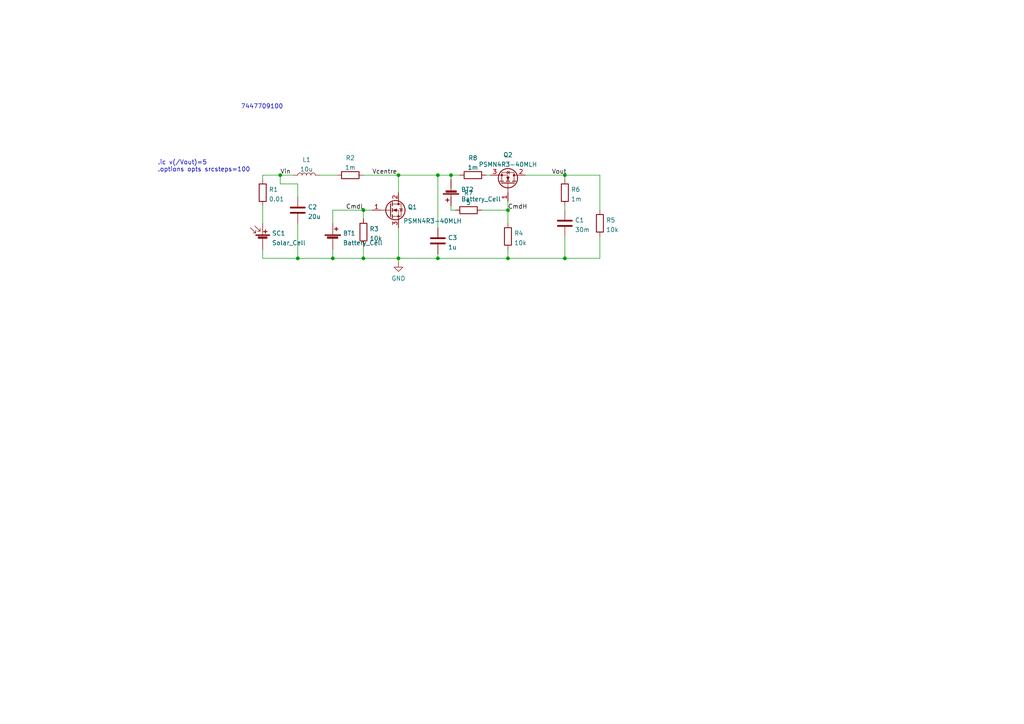
<source format=kicad_sch>
(kicad_sch (version 20210621) (generator eeschema)
  (paper "A4")
  (lib_symbols
    (symbol "Device:Battery_Cell" (pin_numbers hide) (pin_names (offset 0) hide)
      (property "Reference" "BT" (at 2.54 2.54 0))
      (property "Value" "Battery_Cell" (at 2.54 0 0))
      (symbol "Battery_Cell_0_1"
        (rectangle (start -2.286 1.778) (end 2.286 1.524) (fill (type outline)))
        (rectangle (start -1.5748 1.1938) (end 1.4732 0.6858) (fill (type outline)))
        (polyline (pts (xy 0 0.762) (xy 0 0)))
        (polyline (pts (xy 0 1.778) (xy 0 2.54)))
        (polyline (pts (xy 0.508 3.429) (xy 1.524 3.429)) (stroke (width 0.254)))
        (polyline (pts (xy 1.016 3.937) (xy 1.016 2.921)) (stroke (width 0.254)))
      )
      (symbol "Battery_Cell_1_1"
        (pin passive line (at 0 5.08 270) (length 2.54) (name "+") (number "1"))
        (pin passive line (at 0 -2.54 90) (length 2.54) (name "-") (number "2"))
      )
    )
    (symbol "Device:C" (pin_numbers hide) (pin_names (offset 0.254))
      (property "Reference" "C" (at 0.635 2.54 0))
      (property "Value" "C" (at 0.635 -2.54 0))
      (symbol "C_0_1"
        (polyline (pts (xy -2.032 -0.762) (xy 2.032 -0.762)) (stroke (width 0.508)))
        (polyline (pts (xy -2.032 0.762) (xy 2.032 0.762)) (stroke (width 0.508)))
      )
      (symbol "C_1_1"
        (pin passive line (at 0 3.81 270) (length 2.794) (name "~") (number "1"))
        (pin passive line (at 0 -3.81 90) (length 2.794) (name "~") (number "2"))
      )
    )
    (symbol "Device:L" (pin_numbers hide) (pin_names (offset 1.016) hide)
      (property "Reference" "L" (at -1.27 0 90))
      (property "Value" "L" (at 1.905 0 90))
      (symbol "L_0_1"
        (arc (start 0 -2.54) (end 0 -1.27) (radius (at 0 -1.905) (length 0.635) (angles -89.9 89.9)))
        (arc (start 0 -1.27) (end 0 0) (radius (at 0 -0.635) (length 0.635) (angles -89.9 89.9)))
        (arc (start 0 0) (end 0 1.27) (radius (at 0 0.635) (length 0.635) (angles -89.9 89.9)))
        (arc (start 0 1.27) (end 0 2.54) (radius (at 0 1.905) (length 0.635) (angles -89.9 89.9)))
      )
      (symbol "L_1_1"
        (pin passive line (at 0 3.81 270) (length 1.27) (name "1") (number "1"))
        (pin passive line (at 0 -3.81 90) (length 1.27) (name "2") (number "2"))
      )
    )
    (symbol "Device:Q_NMOS_GDS" (pin_names (offset 0) hide)
      (property "Reference" "Q" (at 5.08 1.27 0))
      (property "Value" "Q_NMOS_GDS" (at 5.08 -1.27 0))
      (symbol "Q_NMOS_GDS_0_1"
        (circle (center 1.651 0) (radius 2.794) (stroke (width 0.254)))
        (circle (center 2.54 -1.778) (radius 0.254) (fill (type outline)))
        (circle (center 2.54 1.778) (radius 0.254) (fill (type outline)))
        (polyline (pts (xy 0.254 0) (xy -2.54 0)))
        (polyline (pts (xy 0.254 1.905) (xy 0.254 -1.905)) (stroke (width 0.254)))
        (polyline (pts (xy 0.762 -1.27) (xy 0.762 -2.286)) (stroke (width 0.254)))
        (polyline (pts (xy 0.762 0.508) (xy 0.762 -0.508)) (stroke (width 0.254)))
        (polyline (pts (xy 0.762 2.286) (xy 0.762 1.27)) (stroke (width 0.254)))
        (polyline (pts (xy 2.54 2.54) (xy 2.54 1.778)))
        (polyline (pts (xy 2.54 -2.54) (xy 2.54 0) (xy 0.762 0)))
        (polyline (pts (xy 0.762 -1.778) (xy 3.302 -1.778) (xy 3.302 1.778) (xy 0.762 1.778)))
        (polyline (pts (xy 2.794 0.508) (xy 2.921 0.381) (xy 3.683 0.381) (xy 3.81 0.254)))
        (polyline (pts (xy 3.302 0.381) (xy 2.921 -0.254) (xy 3.683 -0.254) (xy 3.302 0.381)))
        (polyline (pts (xy 1.016 0) (xy 2.032 0.381) (xy 2.032 -0.381) (xy 1.016 0)) (fill (type outline)))
      )
      (symbol "Q_NMOS_GDS_1_1"
        (pin input line (at -5.08 0 0) (length 2.54) (name "G") (number "1"))
        (pin passive line (at 2.54 5.08 270) (length 2.54) (name "D") (number "2"))
        (pin passive line (at 2.54 -5.08 90) (length 2.54) (name "S") (number "3"))
      )
    )
    (symbol "Device:R" (pin_numbers hide) (pin_names (offset 0))
      (property "Reference" "R" (at 2.032 0 90))
      (property "Value" "R" (at 0 0 90))
      (symbol "R_0_1"
        (rectangle (start -1.016 -2.54) (end 1.016 2.54) (stroke (width 0.254)))
      )
      (symbol "R_1_1"
        (pin passive line (at 0 3.81 270) (length 1.27) (name "~") (number "1"))
        (pin passive line (at 0 -3.81 90) (length 1.27) (name "~") (number "2"))
      )
    )
    (symbol "Device:Solar_Cell" (pin_numbers hide) (pin_names (offset 0) hide)
      (property "Reference" "SC" (at 2.54 2.54 0))
      (property "Value" "Solar_Cell" (at 2.54 0 0))
      (symbol "Solar_Cell_0_1"
        (rectangle (start -2.032 1.778) (end 2.032 1.524) (fill (type outline)))
        (rectangle (start -1.3208 1.1938) (end 1.27 0.6858) (fill (type outline)))
        (polyline (pts (xy -2.032 2.286) (xy -3.556 3.81)))
        (polyline (pts (xy -0.762 2.794) (xy -2.286 4.318)))
        (polyline (pts (xy 0 0.762) (xy 0 0)))
        (polyline (pts (xy 0 1.778) (xy 0 2.54)))
        (polyline (pts (xy 0.254 2.667) (xy 1.27 2.667)) (stroke (width 0.254)))
        (polyline (pts (xy 0.762 3.175) (xy 0.762 2.159)) (stroke (width 0.254)))
        (polyline (pts (xy -2.032 3.048) (xy -2.032 2.286) (xy -2.794 2.286)))
        (polyline (pts (xy -0.762 3.556) (xy -0.762 2.794) (xy -1.524 2.794)))
      )
      (symbol "Solar_Cell_1_1"
        (pin passive line (at 0 5.08 270) (length 2.54) (name "+") (number "1"))
        (pin passive line (at 0 -2.54 90) (length 2.54) (name "-") (number "2"))
      )
    )
    (symbol "power:GND" (power) (pin_names (offset 0))
      (property "Value" "GND" (at 0 -3.81 0))
      (symbol "GND_0_1"
        (polyline (pts (xy 0 0) (xy 0 -1.27) (xy 1.27 -1.27) (xy 0 -2.54) (xy -1.27 -1.27) (xy 0 -1.27)))
      )
      (symbol "GND_1_1"
        (pin power_in line (at 0 0 270) (length 0) hide (name "GND") (number "1"))
      )
    )
  )
  (junction (at 81.28 50.8))
  (junction (at 86.36 74.93))
  (junction (at 96.52 74.93))
  (junction (at 105.41 60.96))
  (junction (at 105.41 74.93))
  (junction (at 115.57 50.8))
  (junction (at 115.57 74.93))
  (junction (at 127 50.8))
  (junction (at 127 74.93))
  (junction (at 130.81 50.8))
  (junction (at 147.32 60.96))
  (junction (at 147.32 74.93))
  (junction (at 163.83 50.8))
  (junction (at 163.83 74.93))
  (wire (pts (xy 76.2 50.8) (xy 76.2 52.07)))
  (wire (pts (xy 76.2 50.8) (xy 81.28 50.8)))
  (wire (pts (xy 76.2 59.69) (xy 76.2 64.77)))
  (wire (pts (xy 76.2 72.39) (xy 76.2 74.93)))
  (wire (pts (xy 76.2 74.93) (xy 86.36 74.93)))
  (wire (pts (xy 81.28 50.8) (xy 85.09 50.8)))
  (wire (pts (xy 81.28 53.34) (xy 81.28 50.8)))
  (wire (pts (xy 86.36 53.34) (xy 81.28 53.34)))
  (wire (pts (xy 86.36 57.15) (xy 86.36 53.34)))
  (wire (pts (xy 86.36 64.77) (xy 86.36 74.93)))
  (wire (pts (xy 86.36 74.93) (xy 96.52 74.93)))
  (wire (pts (xy 92.71 50.8) (xy 97.79 50.8)))
  (wire (pts (xy 96.52 60.96) (xy 105.41 60.96)))
  (wire (pts (xy 96.52 64.77) (xy 96.52 60.96)))
  (wire (pts (xy 96.52 72.39) (xy 96.52 74.93)))
  (wire (pts (xy 96.52 74.93) (xy 105.41 74.93)))
  (wire (pts (xy 105.41 50.8) (xy 115.57 50.8)))
  (wire (pts (xy 105.41 60.96) (xy 105.41 63.5)))
  (wire (pts (xy 105.41 60.96) (xy 107.95 60.96)))
  (wire (pts (xy 105.41 71.12) (xy 105.41 74.93)))
  (wire (pts (xy 105.41 74.93) (xy 115.57 74.93)))
  (wire (pts (xy 115.57 50.8) (xy 115.57 55.88)))
  (wire (pts (xy 115.57 50.8) (xy 127 50.8)))
  (wire (pts (xy 115.57 66.04) (xy 115.57 74.93)))
  (wire (pts (xy 115.57 74.93) (xy 115.57 76.2)))
  (wire (pts (xy 115.57 74.93) (xy 127 74.93)))
  (wire (pts (xy 127 50.8) (xy 127 66.04)))
  (wire (pts (xy 127 50.8) (xy 130.81 50.8)))
  (wire (pts (xy 127 73.66) (xy 127 74.93)))
  (wire (pts (xy 127 74.93) (xy 147.32 74.93)))
  (wire (pts (xy 130.81 50.8) (xy 130.81 52.07)))
  (wire (pts (xy 130.81 50.8) (xy 133.35 50.8)))
  (wire (pts (xy 130.81 59.69) (xy 130.81 60.96)))
  (wire (pts (xy 132.08 60.96) (xy 130.81 60.96)))
  (wire (pts (xy 139.7 60.96) (xy 147.32 60.96)))
  (wire (pts (xy 140.97 50.8) (xy 142.24 50.8)))
  (wire (pts (xy 147.32 58.42) (xy 147.32 60.96)))
  (wire (pts (xy 147.32 60.96) (xy 147.32 64.77)))
  (wire (pts (xy 147.32 72.39) (xy 147.32 74.93)))
  (wire (pts (xy 147.32 74.93) (xy 163.83 74.93)))
  (wire (pts (xy 152.4 50.8) (xy 163.83 50.8)))
  (wire (pts (xy 163.83 50.8) (xy 163.83 52.07)))
  (wire (pts (xy 163.83 50.8) (xy 173.99 50.8)))
  (wire (pts (xy 163.83 59.69) (xy 163.83 60.96)))
  (wire (pts (xy 163.83 68.58) (xy 163.83 74.93)))
  (wire (pts (xy 173.99 60.96) (xy 173.99 50.8)))
  (wire (pts (xy 173.99 68.58) (xy 173.99 74.93)))
  (wire (pts (xy 173.99 74.93) (xy 163.83 74.93)))
  (text ".ic v(/Vout)=5\n.options opts srcsteps=100\n\n" (at 45.72 52.07 0) (effects (font (size 1.27 1.27)) (justify left bottom)))
  (text "7447709100" (at 69.85 31.75 0) (effects (font (size 1.27 1.27)) (justify left bottom)))
  (label "Vin" (at 81.28 50.8 0))
  (label "CmdL" (at 100.33 60.96 0))
  (label "Vcentre" (at 107.95 50.8 0))
  (label "CmdH" (at 147.32 60.96 0))
  (label "Vout" (at 160.02 50.8 0))
  (symbol (lib_id "power:GND") (at 115.57 76.2 0) (unit 1)
    (property "Reference" "#PWR01" (effects hide))
    (property "Value" "GND" (at 115.57 80.7626 0))
  )
  (symbol (lib_id "Device:L") (at 88.9 50.8 90) (unit 1)
    (property "Reference" "L1" (at 88.9 46.3254 90))
    (property "Value" "10u" (at 88.9 49.1005 90))
    (property "Spice_Primitive" "X" (effects hide))
    (property "Spice_Model" "WE-PD_1210_7447709100_10u" (effects hide))
    (property "Spice_Netlist_Enabled" "Y" (effects hide))
    (property "Spice_Lib_File" "/home/julien/Projets/Kicad/DefisSolaireV4/librairies/spice/WE-PD.lib" (effects hide))
  )
  (symbol (lib_id "Device:R") (at 76.2 55.88 180) (unit 1)
    (property "Reference" "R1" (at 77.9781 54.9715 0) (effects (justify right)))
    (property "Value" "0.01" (at 77.9781 57.7466 0) (effects (justify right)))
    (property "Spice_Primitive" "R" (effects hide))
    (property "Spice_Model" "1" (effects hide))
    (property "Spice_Netlist_Enabled" "Y" (effects hide))
  )
  (symbol (lib_id "Device:R") (at 101.6 50.8 90) (unit 1)
    (property "Reference" "R2" (at 101.6 45.8174 90))
    (property "Value" "1m" (at 101.6 48.5925 90))
  )
  (symbol (lib_id "Device:R") (at 105.41 67.31 0) (unit 1)
    (property "Reference" "R3" (at 107.1881 66.4015 0) (effects (justify left)))
    (property "Value" "10k" (at 107.1881 69.1766 0) (effects (justify left)))
  )
  (symbol (lib_id "Device:R") (at 135.89 60.96 90) (unit 1)
    (property "Reference" "R7" (at 135.89 55.9774 90))
    (property "Value" "5" (at 135.89 58.7525 90))
  )
  (symbol (lib_id "Device:R") (at 137.16 50.8 90) (unit 1)
    (property "Reference" "R8" (at 137.16 45.8174 90))
    (property "Value" "1m" (at 137.16 48.5925 90))
  )
  (symbol (lib_id "Device:R") (at 147.32 68.58 0) (unit 1)
    (property "Reference" "R4" (at 149.0981 67.6715 0) (effects (justify left)))
    (property "Value" "10k" (at 149.0981 70.4466 0) (effects (justify left)))
  )
  (symbol (lib_id "Device:R") (at 163.83 55.88 180) (unit 1)
    (property "Reference" "R6" (at 165.6081 54.9715 0) (effects (justify right)))
    (property "Value" "1m" (at 165.6081 57.7466 0) (effects (justify right)))
  )
  (symbol (lib_id "Device:R") (at 173.99 64.77 0) (unit 1)
    (property "Reference" "R5" (at 175.7681 63.8615 0) (effects (justify left)))
    (property "Value" "10k" (at 175.7681 66.6366 0) (effects (justify left)))
  )
  (symbol (lib_id "Device:C") (at 86.36 60.96 0) (unit 1)
    (property "Reference" "C2" (at 89.2811 60.0515 0) (effects (justify left)))
    (property "Value" "20u" (at 89.2811 62.8266 0) (effects (justify left)))
  )
  (symbol (lib_id "Device:Battery_Cell") (at 96.52 69.85 0) (unit 1)
    (property "Reference" "BT1" (at 99.4411 67.6715 0) (effects (justify left)))
    (property "Value" "Battery_Cell" (at 99.4411 70.4466 0) (effects (justify left)))
    (property "Spice_Primitive" "V" (effects hide))
    (property "Spice_Model" "dc 0 pulse(0 5 0 100n 100n 30u 50u)" (effects hide))
    (property "Spice_Netlist_Enabled" "Y" (effects hide))
  )
  (symbol (lib_id "Device:C") (at 127 69.85 0) (unit 1)
    (property "Reference" "C3" (at 129.9211 68.9415 0) (effects (justify left)))
    (property "Value" "1u" (at 129.9211 71.7166 0) (effects (justify left)))
  )
  (symbol (lib_id "Device:Battery_Cell") (at 130.81 54.61 180) (unit 1)
    (property "Reference" "BT2" (at 133.7311 54.9715 0) (effects (justify right)))
    (property "Value" "Battery_Cell" (at 133.7311 57.7466 0) (effects (justify right)))
    (property "Spice_Primitive" "V" (effects hide))
    (property "Spice_Model" "dc 0 pulse(0 5 31u 100n 100n 15u 50u)" (effects hide))
    (property "Spice_Netlist_Enabled" "Y" (effects hide))
  )
  (symbol (lib_id "Device:C") (at 163.83 64.77 0) (unit 1)
    (property "Reference" "C1" (at 166.7511 63.8615 0) (effects (justify left)))
    (property "Value" "30m" (at 166.7511 66.6366 0) (effects (justify left)))
  )
  (symbol (lib_id "Device:Solar_Cell") (at 76.2 69.85 0) (unit 1)
    (property "Reference" "SC1" (at 78.8671 67.6715 0) (effects (justify left)))
    (property "Value" "Solar_Cell" (at 78.8671 70.4466 0) (effects (justify left)))
    (property "Spice_Primitive" "X" (effects hide))
    (property "Spice_Model" "c60_panel14" (effects hide))
    (property "Spice_Netlist_Enabled" "Y" (effects hide))
    (property "Spice_Lib_File" "/home/julien/Projets/Kicad/DefisSolaireV4/librairies/spice/solar_cell.lib" (effects hide))
  )
  (symbol (lib_id "Device:Q_NMOS_GDS") (at 113.03 60.96 0) (unit 1)
    (property "Reference" "Q1" (at 118.2371 60.0515 0) (effects (justify left)))
    (property "Value" "PSMN4R3-40MLH" (at 116.9671 64.0966 0) (effects (justify left)))
    (property "Spice_Primitive" "X" (effects hide))
    (property "Spice_Model" "PSMN4R3-40MLH" (effects hide))
    (property "Spice_Netlist_Enabled" "Y" (effects hide))
    (property "Spice_Node_Sequence" "2 1 3" (effects hide))
    (property "Spice_Lib_File" "/home/julien/Projets/Kicad/DefisSolaireV4/librairies/spice/PSMN4R3-40MLH.lib" (effects hide))
  )
  (symbol (lib_id "Device:Q_NMOS_GDS") (at 147.32 53.34 270) (mirror x) (unit 1)
    (property "Reference" "Q2" (at 147.32 44.9284 90))
    (property "Value" "PSMN4R3-40MLH" (at 147.32 47.7035 90))
    (property "Spice_Primitive" "X" (effects hide))
    (property "Spice_Model" "PSMN4R3-40MLH" (effects hide))
    (property "Spice_Netlist_Enabled" "Y" (effects hide))
    (property "Spice_Node_Sequence" "2 1 3" (effects hide))
    (property "Spice_Lib_File" "/home/julien/Projets/Kicad/DefisSolaireV4/librairies/spice/PSMN4R3-40MLH.lib" (effects hide))
  )
)
</source>
